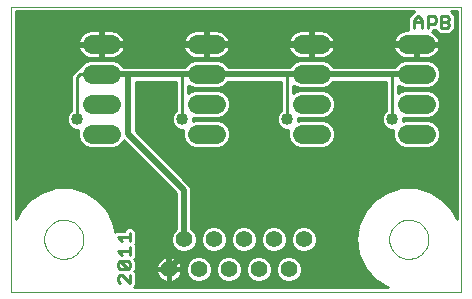
<source format=gtl>
G75*
G70*
%OFA0B0*%
%FSLAX24Y24*%
%IPPOS*%
%LPD*%
%AMOC8*
5,1,8,0,0,1.08239X$1,22.5*
%
%ADD10C,0.0000*%
%ADD11C,0.0100*%
%ADD12C,0.0634*%
%ADD13C,0.0560*%
%ADD14C,0.0200*%
%ADD15C,0.0400*%
D10*
X000151Y000524D02*
X000151Y010024D01*
X015151Y010024D01*
X015151Y000524D01*
X000151Y000524D01*
X001251Y002274D02*
X001253Y002324D01*
X001259Y002374D01*
X001269Y002424D01*
X001282Y002472D01*
X001299Y002520D01*
X001320Y002566D01*
X001344Y002610D01*
X001372Y002652D01*
X001403Y002692D01*
X001437Y002729D01*
X001474Y002764D01*
X001513Y002795D01*
X001554Y002824D01*
X001598Y002849D01*
X001644Y002871D01*
X001691Y002889D01*
X001739Y002903D01*
X001788Y002914D01*
X001838Y002921D01*
X001888Y002924D01*
X001939Y002923D01*
X001989Y002918D01*
X002039Y002909D01*
X002087Y002897D01*
X002135Y002880D01*
X002181Y002860D01*
X002226Y002837D01*
X002269Y002810D01*
X002309Y002780D01*
X002347Y002747D01*
X002382Y002711D01*
X002415Y002672D01*
X002444Y002631D01*
X002470Y002588D01*
X002493Y002543D01*
X002512Y002496D01*
X002527Y002448D01*
X002539Y002399D01*
X002547Y002349D01*
X002551Y002299D01*
X002551Y002249D01*
X002547Y002199D01*
X002539Y002149D01*
X002527Y002100D01*
X002512Y002052D01*
X002493Y002005D01*
X002470Y001960D01*
X002444Y001917D01*
X002415Y001876D01*
X002382Y001837D01*
X002347Y001801D01*
X002309Y001768D01*
X002269Y001738D01*
X002226Y001711D01*
X002181Y001688D01*
X002135Y001668D01*
X002087Y001651D01*
X002039Y001639D01*
X001989Y001630D01*
X001939Y001625D01*
X001888Y001624D01*
X001838Y001627D01*
X001788Y001634D01*
X001739Y001645D01*
X001691Y001659D01*
X001644Y001677D01*
X001598Y001699D01*
X001554Y001724D01*
X001513Y001753D01*
X001474Y001784D01*
X001437Y001819D01*
X001403Y001856D01*
X001372Y001896D01*
X001344Y001938D01*
X001320Y001982D01*
X001299Y002028D01*
X001282Y002076D01*
X001269Y002124D01*
X001259Y002174D01*
X001253Y002224D01*
X001251Y002274D01*
X012751Y002274D02*
X012753Y002324D01*
X012759Y002374D01*
X012769Y002424D01*
X012782Y002472D01*
X012799Y002520D01*
X012820Y002566D01*
X012844Y002610D01*
X012872Y002652D01*
X012903Y002692D01*
X012937Y002729D01*
X012974Y002764D01*
X013013Y002795D01*
X013054Y002824D01*
X013098Y002849D01*
X013144Y002871D01*
X013191Y002889D01*
X013239Y002903D01*
X013288Y002914D01*
X013338Y002921D01*
X013388Y002924D01*
X013439Y002923D01*
X013489Y002918D01*
X013539Y002909D01*
X013587Y002897D01*
X013635Y002880D01*
X013681Y002860D01*
X013726Y002837D01*
X013769Y002810D01*
X013809Y002780D01*
X013847Y002747D01*
X013882Y002711D01*
X013915Y002672D01*
X013944Y002631D01*
X013970Y002588D01*
X013993Y002543D01*
X014012Y002496D01*
X014027Y002448D01*
X014039Y002399D01*
X014047Y002349D01*
X014051Y002299D01*
X014051Y002249D01*
X014047Y002199D01*
X014039Y002149D01*
X014027Y002100D01*
X014012Y002052D01*
X013993Y002005D01*
X013970Y001960D01*
X013944Y001917D01*
X013915Y001876D01*
X013882Y001837D01*
X013847Y001801D01*
X013809Y001768D01*
X013769Y001738D01*
X013726Y001711D01*
X013681Y001688D01*
X013635Y001668D01*
X013587Y001651D01*
X013539Y001639D01*
X013489Y001630D01*
X013439Y001625D01*
X013388Y001624D01*
X013338Y001627D01*
X013288Y001634D01*
X013239Y001645D01*
X013191Y001659D01*
X013144Y001677D01*
X013098Y001699D01*
X013054Y001724D01*
X013013Y001753D01*
X012974Y001784D01*
X012937Y001819D01*
X012903Y001856D01*
X012872Y001896D01*
X012844Y001938D01*
X012820Y001982D01*
X012799Y002028D01*
X012782Y002076D01*
X012769Y002124D01*
X012759Y002174D01*
X012753Y002224D01*
X012751Y002274D01*
D11*
X011676Y002101D02*
X010295Y002101D01*
X010266Y002031D02*
X010331Y002189D01*
X010331Y002360D01*
X010266Y002518D01*
X010145Y002639D01*
X009987Y002704D01*
X009816Y002704D01*
X009658Y002639D01*
X009537Y002518D01*
X009471Y002360D01*
X009471Y002189D01*
X009537Y002031D01*
X009658Y001910D01*
X009816Y001844D01*
X009987Y001844D01*
X010145Y001910D01*
X010266Y002031D01*
X010237Y002002D02*
X011690Y002002D01*
X011704Y001904D02*
X010131Y001904D01*
X010331Y002199D02*
X011662Y002199D01*
X011651Y002274D02*
X011722Y001781D01*
X011929Y001328D01*
X012255Y000952D01*
X012255Y000952D01*
X012674Y000682D01*
X012702Y000674D01*
X004234Y000674D01*
X004301Y000741D01*
X004301Y000907D01*
X004301Y001174D01*
X004254Y001221D01*
X004301Y001268D01*
X004301Y001434D01*
X004301Y001455D01*
X004301Y001567D01*
X004301Y001567D01*
X004301Y001567D01*
X004256Y001613D01*
X004254Y001615D01*
X004301Y001662D01*
X004301Y002095D01*
X004287Y002108D01*
X004301Y002122D01*
X004301Y002555D01*
X004184Y002672D01*
X004018Y002672D01*
X003901Y002555D01*
X003901Y002539D01*
X003618Y002539D01*
X003614Y002534D01*
X003580Y002767D01*
X003373Y003220D01*
X003373Y003220D01*
X003047Y003597D01*
X002628Y003866D01*
X002150Y004006D01*
X001652Y004006D01*
X001174Y003866D01*
X000755Y003597D01*
X000755Y003597D01*
X000755Y003597D01*
X000429Y003220D01*
X000301Y002940D01*
X000301Y009874D01*
X013570Y009874D01*
X013561Y009865D01*
X013370Y009674D01*
X013370Y009607D01*
X013370Y009441D01*
X013370Y009241D01*
X013370Y009241D01*
X013298Y009241D01*
X013225Y009229D01*
X013155Y009207D01*
X013090Y009173D01*
X013030Y009130D01*
X012978Y009078D01*
X012935Y009019D01*
X012902Y008953D01*
X012879Y008883D01*
X012869Y008823D01*
X013602Y008823D01*
X013602Y008726D01*
X012869Y008726D01*
X012879Y008665D01*
X012902Y008595D01*
X012935Y008529D01*
X012978Y008470D01*
X013030Y008418D01*
X013090Y008375D01*
X013155Y008341D01*
X013225Y008319D01*
X013298Y008307D01*
X013603Y008307D01*
X013603Y008725D01*
X013700Y008725D01*
X013700Y008307D01*
X014005Y008307D01*
X014077Y008319D01*
X014147Y008341D01*
X014213Y008375D01*
X014272Y008418D01*
X014324Y008470D01*
X014367Y008529D01*
X014401Y008595D01*
X014423Y008665D01*
X014433Y008726D01*
X013700Y008726D01*
X013700Y008823D01*
X014433Y008823D01*
X014423Y008883D01*
X014401Y008953D01*
X014367Y009019D01*
X014324Y009078D01*
X014272Y009130D01*
X014213Y009173D01*
X014179Y009190D01*
X014230Y009241D01*
X014230Y009258D01*
X014291Y009258D01*
X014291Y009241D01*
X014408Y009124D01*
X014692Y009124D01*
X014774Y009124D01*
X014840Y009191D01*
X014840Y009191D01*
X014956Y009307D01*
X014958Y009308D01*
X014958Y009390D01*
X014958Y009474D01*
X014958Y009540D01*
X014958Y009674D01*
X014958Y009741D01*
X014840Y009858D01*
X014824Y009874D01*
X015001Y009874D01*
X015001Y002940D01*
X014873Y003220D01*
X014873Y003220D01*
X014547Y003597D01*
X014128Y003866D01*
X013650Y004006D01*
X013152Y004006D01*
X012674Y003866D01*
X012255Y003597D01*
X012255Y003597D01*
X012255Y003597D01*
X011929Y003220D01*
X011722Y002767D01*
X011651Y002274D01*
X011651Y002274D01*
X011655Y002298D02*
X010331Y002298D01*
X010316Y002396D02*
X011669Y002396D01*
X011683Y002495D02*
X010275Y002495D01*
X010190Y002594D02*
X011697Y002594D01*
X011711Y002692D02*
X010016Y002692D01*
X009787Y002692D02*
X009016Y002692D01*
X008987Y002704D02*
X008816Y002704D01*
X008658Y002639D01*
X008537Y002518D01*
X008471Y002360D01*
X008471Y002189D01*
X008537Y002031D01*
X008658Y001910D01*
X008816Y001844D01*
X008987Y001844D01*
X009145Y001910D01*
X009266Y002031D01*
X009331Y002189D01*
X009331Y002360D01*
X009266Y002518D01*
X009145Y002639D01*
X008987Y002704D01*
X008787Y002692D02*
X008016Y002692D01*
X007987Y002704D02*
X007816Y002704D01*
X007658Y002639D01*
X007537Y002518D01*
X007471Y002360D01*
X007471Y002189D01*
X007537Y002031D01*
X007658Y001910D01*
X007816Y001844D01*
X007987Y001844D01*
X008145Y001910D01*
X008266Y002031D01*
X008331Y002189D01*
X008331Y002360D01*
X008266Y002518D01*
X008145Y002639D01*
X007987Y002704D01*
X007787Y002692D02*
X007016Y002692D01*
X006987Y002704D02*
X007145Y002639D01*
X007266Y002518D01*
X007331Y002360D01*
X007331Y002189D01*
X007266Y002031D01*
X007145Y001910D01*
X006987Y001844D01*
X006816Y001844D01*
X006658Y001910D01*
X006537Y002031D01*
X006471Y002189D01*
X006471Y002360D01*
X006537Y002518D01*
X006658Y002639D01*
X006816Y002704D01*
X006987Y002704D01*
X006787Y002692D02*
X006151Y002692D01*
X006151Y002632D02*
X006151Y003874D01*
X006151Y003974D01*
X006113Y004066D01*
X004301Y005878D01*
X004301Y007524D01*
X005651Y007524D01*
X005651Y006569D01*
X005554Y006472D01*
X005501Y006344D01*
X005501Y006204D01*
X005554Y006076D01*
X005653Y005977D01*
X005782Y005924D01*
X005891Y005924D01*
X005867Y005867D01*
X005867Y005681D01*
X005939Y005510D01*
X006070Y005378D01*
X006241Y005307D01*
X007061Y005307D01*
X007232Y005378D01*
X007364Y005510D01*
X007435Y005681D01*
X007435Y005867D01*
X007364Y006039D01*
X007232Y006170D01*
X007061Y006241D01*
X006241Y006241D01*
X006201Y006224D01*
X006201Y006324D01*
X006241Y006307D01*
X007061Y006307D01*
X007232Y006378D01*
X007364Y006510D01*
X007435Y006681D01*
X007435Y006867D01*
X007364Y007039D01*
X007232Y007170D01*
X007061Y007241D01*
X006241Y007241D01*
X006070Y007170D01*
X006051Y007151D01*
X006051Y007397D01*
X006070Y007378D01*
X006241Y007307D01*
X007061Y007307D01*
X007232Y007378D01*
X007364Y007510D01*
X007370Y007524D01*
X009151Y007524D01*
X009151Y006569D01*
X009054Y006472D01*
X009001Y006344D01*
X009001Y006204D01*
X009054Y006076D01*
X009153Y005977D01*
X009282Y005924D01*
X009391Y005924D01*
X009367Y005867D01*
X009367Y005681D01*
X009439Y005510D01*
X009570Y005378D01*
X009741Y005307D01*
X010561Y005307D01*
X010732Y005378D01*
X010864Y005510D01*
X010935Y005681D01*
X010935Y005867D01*
X010864Y006039D01*
X010732Y006170D01*
X010561Y006241D01*
X009741Y006241D01*
X009701Y006224D01*
X009701Y006324D01*
X009741Y006307D01*
X010561Y006307D01*
X010732Y006378D01*
X010864Y006510D01*
X010935Y006681D01*
X010935Y006867D01*
X010864Y007039D01*
X010732Y007170D01*
X010561Y007241D01*
X009741Y007241D01*
X009570Y007170D01*
X009551Y007151D01*
X009551Y007397D01*
X009570Y007378D01*
X009741Y007307D01*
X010561Y007307D01*
X010732Y007378D01*
X010864Y007510D01*
X010870Y007524D01*
X012651Y007524D01*
X012651Y006569D01*
X012554Y006472D01*
X012501Y006344D01*
X012501Y006204D01*
X012554Y006076D01*
X012653Y005977D01*
X012782Y005924D01*
X012891Y005924D01*
X012867Y005867D01*
X012867Y005681D01*
X012939Y005510D01*
X013070Y005378D01*
X013241Y005307D01*
X014061Y005307D01*
X014232Y005378D01*
X014364Y005510D01*
X014435Y005681D01*
X014435Y005867D01*
X014364Y006039D01*
X014232Y006170D01*
X014061Y006241D01*
X013241Y006241D01*
X013201Y006224D01*
X013201Y006324D01*
X013241Y006307D01*
X014061Y006307D01*
X014232Y006378D01*
X014364Y006510D01*
X014435Y006681D01*
X014435Y006867D01*
X014364Y007039D01*
X014232Y007170D01*
X014061Y007241D01*
X013241Y007241D01*
X013070Y007170D01*
X013051Y007151D01*
X013051Y007397D01*
X013070Y007378D01*
X013241Y007307D01*
X014061Y007307D01*
X014232Y007378D01*
X014364Y007510D01*
X014435Y007681D01*
X014435Y007867D01*
X014364Y008039D01*
X014232Y008170D01*
X014061Y008241D01*
X013241Y008241D01*
X013070Y008170D01*
X012939Y008039D01*
X012933Y008024D01*
X012801Y008024D01*
X010870Y008024D01*
X010864Y008039D01*
X010732Y008170D01*
X010561Y008241D01*
X009741Y008241D01*
X009570Y008170D01*
X009439Y008039D01*
X009433Y008024D01*
X009301Y008024D01*
X007370Y008024D01*
X007364Y008039D01*
X007232Y008170D01*
X007061Y008241D01*
X006241Y008241D01*
X006070Y008170D01*
X005939Y008039D01*
X005933Y008024D01*
X005801Y008024D01*
X004001Y008024D01*
X003870Y008024D01*
X003864Y008039D01*
X003732Y008170D01*
X003561Y008241D01*
X002741Y008241D01*
X002570Y008170D01*
X002439Y008039D01*
X002412Y007974D01*
X002368Y007974D01*
X002251Y007857D01*
X002151Y007757D01*
X002151Y007591D01*
X002151Y006569D01*
X002054Y006472D01*
X002001Y006344D01*
X002001Y006204D01*
X002054Y006076D01*
X002153Y005977D01*
X002282Y005924D01*
X002391Y005924D01*
X002367Y005867D01*
X002367Y005681D01*
X002439Y005510D01*
X002570Y005378D01*
X002741Y005307D01*
X003561Y005307D01*
X003732Y005378D01*
X003864Y005510D01*
X003893Y005579D01*
X003910Y005562D01*
X005651Y003821D01*
X005651Y002632D01*
X005537Y002518D01*
X005471Y002360D01*
X005471Y002189D01*
X005537Y002031D01*
X005658Y001910D01*
X005816Y001844D01*
X005987Y001844D01*
X006145Y001910D01*
X006266Y002031D01*
X006331Y002189D01*
X006331Y002360D01*
X006266Y002518D01*
X006151Y002632D01*
X006190Y002594D02*
X006613Y002594D01*
X006527Y002495D02*
X006275Y002495D01*
X006316Y002396D02*
X006486Y002396D01*
X006471Y002298D02*
X006331Y002298D01*
X006331Y002199D02*
X006471Y002199D01*
X006508Y002101D02*
X006295Y002101D01*
X006237Y002002D02*
X006565Y002002D01*
X006672Y001904D02*
X006131Y001904D01*
X006158Y001639D02*
X006037Y001518D01*
X005971Y001360D01*
X005971Y001189D01*
X006037Y001031D01*
X006158Y000910D01*
X006316Y000844D01*
X006487Y000844D01*
X006645Y000910D01*
X006766Y001031D01*
X006831Y001189D01*
X006831Y001360D01*
X006766Y001518D01*
X006645Y001639D01*
X006487Y001704D01*
X006316Y001704D01*
X006158Y001639D01*
X006127Y001608D02*
X005673Y001608D01*
X005681Y001602D02*
X005627Y001642D01*
X005566Y001673D01*
X005502Y001693D01*
X005435Y001704D01*
X005431Y001704D01*
X005431Y001304D01*
X005371Y001304D01*
X005371Y001244D01*
X004971Y001244D01*
X004971Y001240D01*
X004982Y001173D01*
X005003Y001109D01*
X005033Y001049D01*
X005073Y000994D01*
X005121Y000946D01*
X005176Y000906D01*
X005236Y000876D01*
X005300Y000855D01*
X005367Y000844D01*
X005371Y000844D01*
X005371Y001244D01*
X005431Y001244D01*
X005431Y000844D01*
X005435Y000844D01*
X005502Y000855D01*
X005566Y000876D01*
X005627Y000906D01*
X005681Y000946D01*
X005729Y000994D01*
X005769Y001049D01*
X005800Y001109D01*
X005821Y001173D01*
X005831Y001240D01*
X005831Y001244D01*
X005431Y001244D01*
X005431Y001304D01*
X005831Y001304D01*
X005831Y001308D01*
X005821Y001375D01*
X005800Y001439D01*
X005769Y001499D01*
X005729Y001554D01*
X005681Y001602D01*
X005762Y001510D02*
X006033Y001510D01*
X005992Y001411D02*
X005809Y001411D01*
X005830Y001312D02*
X005971Y001312D01*
X005971Y001214D02*
X005827Y001214D01*
X005802Y001115D02*
X006001Y001115D01*
X006050Y001017D02*
X005746Y001017D01*
X005643Y000918D02*
X006149Y000918D01*
X006653Y000918D02*
X007149Y000918D01*
X007158Y000910D02*
X007037Y001031D01*
X006971Y001189D01*
X006971Y001360D01*
X007037Y001518D01*
X007158Y001639D01*
X007316Y001704D01*
X007487Y001704D01*
X007645Y001639D01*
X007766Y001518D01*
X007831Y001360D01*
X007831Y001189D01*
X007766Y001031D01*
X007645Y000910D01*
X007487Y000844D01*
X007316Y000844D01*
X007158Y000910D01*
X007050Y001017D02*
X006752Y001017D01*
X006801Y001115D02*
X007001Y001115D01*
X006971Y001214D02*
X006831Y001214D01*
X006831Y001312D02*
X006971Y001312D01*
X006992Y001411D02*
X006810Y001411D01*
X006769Y001510D02*
X007033Y001510D01*
X007127Y001608D02*
X006675Y001608D01*
X007131Y001904D02*
X007672Y001904D01*
X007565Y002002D02*
X007237Y002002D01*
X007295Y002101D02*
X007508Y002101D01*
X007471Y002199D02*
X007331Y002199D01*
X007331Y002298D02*
X007471Y002298D01*
X007486Y002396D02*
X007316Y002396D01*
X007275Y002495D02*
X007527Y002495D01*
X007613Y002594D02*
X007190Y002594D01*
X008190Y002594D02*
X008613Y002594D01*
X008527Y002495D02*
X008275Y002495D01*
X008316Y002396D02*
X008486Y002396D01*
X008471Y002298D02*
X008331Y002298D01*
X008331Y002199D02*
X008471Y002199D01*
X008508Y002101D02*
X008295Y002101D01*
X008237Y002002D02*
X008565Y002002D01*
X008672Y001904D02*
X008131Y001904D01*
X008158Y001639D02*
X008037Y001518D01*
X007971Y001360D01*
X007971Y001189D01*
X008037Y001031D01*
X008158Y000910D01*
X008316Y000844D01*
X008487Y000844D01*
X008645Y000910D01*
X008766Y001031D01*
X008831Y001189D01*
X008831Y001360D01*
X008766Y001518D01*
X008645Y001639D01*
X008487Y001704D01*
X008316Y001704D01*
X008158Y001639D01*
X008127Y001608D02*
X007675Y001608D01*
X007769Y001510D02*
X008033Y001510D01*
X007992Y001411D02*
X007810Y001411D01*
X007831Y001312D02*
X007971Y001312D01*
X007971Y001214D02*
X007831Y001214D01*
X007801Y001115D02*
X008001Y001115D01*
X008050Y001017D02*
X007752Y001017D01*
X007653Y000918D02*
X008149Y000918D01*
X008653Y000918D02*
X009149Y000918D01*
X009158Y000910D02*
X009316Y000844D01*
X009487Y000844D01*
X009645Y000910D01*
X009766Y001031D01*
X009831Y001189D01*
X009831Y001360D01*
X009766Y001518D01*
X009645Y001639D01*
X009487Y001704D01*
X009316Y001704D01*
X009158Y001639D01*
X009037Y001518D01*
X008971Y001360D01*
X008971Y001189D01*
X009037Y001031D01*
X009158Y000910D01*
X009050Y001017D02*
X008752Y001017D01*
X008801Y001115D02*
X009001Y001115D01*
X008971Y001214D02*
X008831Y001214D01*
X008831Y001312D02*
X008971Y001312D01*
X008992Y001411D02*
X008810Y001411D01*
X008769Y001510D02*
X009033Y001510D01*
X009127Y001608D02*
X008675Y001608D01*
X009131Y001904D02*
X009672Y001904D01*
X009565Y002002D02*
X009237Y002002D01*
X009295Y002101D02*
X009508Y002101D01*
X009471Y002199D02*
X009331Y002199D01*
X009331Y002298D02*
X009471Y002298D01*
X009486Y002396D02*
X009316Y002396D01*
X009275Y002495D02*
X009527Y002495D01*
X009613Y002594D02*
X009190Y002594D01*
X009675Y001608D02*
X011801Y001608D01*
X011846Y001510D02*
X009769Y001510D01*
X009810Y001411D02*
X011891Y001411D01*
X011929Y001328D02*
X011929Y001328D01*
X011942Y001312D02*
X009831Y001312D01*
X009831Y001214D02*
X012028Y001214D01*
X012113Y001115D02*
X009801Y001115D01*
X009752Y001017D02*
X012199Y001017D01*
X012307Y000918D02*
X009653Y000918D01*
X011722Y001781D02*
X011722Y001781D01*
X011719Y001805D02*
X004301Y001805D01*
X004301Y001707D02*
X011756Y001707D01*
X012460Y000820D02*
X004301Y000820D01*
X004301Y000918D02*
X005159Y000918D01*
X005057Y001017D02*
X004301Y001017D01*
X004301Y001115D02*
X005001Y001115D01*
X004975Y001214D02*
X004261Y001214D01*
X004301Y001312D02*
X004972Y001312D01*
X004971Y001308D02*
X004971Y001304D01*
X005371Y001304D01*
X005371Y001704D01*
X005367Y001704D01*
X005300Y001693D01*
X005236Y001673D01*
X005176Y001642D01*
X005121Y001602D01*
X005073Y001554D01*
X005033Y001499D01*
X005003Y001439D01*
X004982Y001375D01*
X004971Y001308D01*
X004994Y001411D02*
X004301Y001411D01*
X004301Y001510D02*
X005041Y001510D01*
X005129Y001608D02*
X004261Y001608D01*
X004101Y001485D02*
X004101Y001351D01*
X004034Y001284D01*
X003768Y001551D01*
X004034Y001551D01*
X004101Y001485D01*
X004034Y001284D02*
X003768Y001284D01*
X003701Y001351D01*
X003701Y001485D01*
X003768Y001551D01*
X003834Y001745D02*
X003701Y001878D01*
X004101Y001878D01*
X004101Y001745D02*
X004101Y002012D01*
X004301Y002002D02*
X005565Y002002D01*
X005508Y002101D02*
X004295Y002101D01*
X004301Y002199D02*
X005471Y002199D01*
X005471Y002298D02*
X004301Y002298D01*
X004301Y002396D02*
X005486Y002396D01*
X005527Y002495D02*
X004301Y002495D01*
X004263Y002594D02*
X005613Y002594D01*
X005651Y002692D02*
X003591Y002692D01*
X003580Y002767D02*
X003580Y002767D01*
X003570Y002791D02*
X005651Y002791D01*
X005651Y002889D02*
X003525Y002889D01*
X003480Y002988D02*
X005651Y002988D01*
X005651Y003086D02*
X003435Y003086D01*
X003390Y003185D02*
X005651Y003185D01*
X005651Y003283D02*
X003319Y003283D01*
X003233Y003382D02*
X005651Y003382D01*
X005651Y003480D02*
X003148Y003480D01*
X003063Y003579D02*
X005651Y003579D01*
X005651Y003677D02*
X002921Y003677D01*
X003047Y003597D02*
X003047Y003597D01*
X002768Y003776D02*
X005651Y003776D01*
X005597Y003875D02*
X002599Y003875D01*
X002628Y003866D02*
X002628Y003866D01*
X002263Y003973D02*
X005499Y003973D01*
X005400Y004072D02*
X000301Y004072D01*
X000301Y004170D02*
X005302Y004170D01*
X005203Y004269D02*
X000301Y004269D01*
X000301Y004367D02*
X005104Y004367D01*
X005006Y004466D02*
X000301Y004466D01*
X000301Y004564D02*
X004907Y004564D01*
X004809Y004663D02*
X000301Y004663D01*
X000301Y004761D02*
X004710Y004761D01*
X004612Y004860D02*
X000301Y004860D01*
X000301Y004959D02*
X004513Y004959D01*
X004415Y005057D02*
X000301Y005057D01*
X000301Y005156D02*
X004316Y005156D01*
X004218Y005254D02*
X000301Y005254D01*
X000301Y005353D02*
X002632Y005353D01*
X002497Y005451D02*
X000301Y005451D01*
X000301Y005550D02*
X002422Y005550D01*
X002381Y005648D02*
X000301Y005648D01*
X000301Y005747D02*
X002367Y005747D01*
X002367Y005845D02*
X000301Y005845D01*
X000301Y005944D02*
X002234Y005944D01*
X002088Y006043D02*
X000301Y006043D01*
X000301Y006141D02*
X002027Y006141D01*
X002001Y006240D02*
X000301Y006240D01*
X000301Y006338D02*
X002001Y006338D01*
X002040Y006437D02*
X000301Y006437D01*
X000301Y006535D02*
X002117Y006535D01*
X002151Y006634D02*
X000301Y006634D01*
X000301Y006732D02*
X002151Y006732D01*
X002151Y006831D02*
X000301Y006831D01*
X000301Y006929D02*
X002151Y006929D01*
X002151Y007028D02*
X000301Y007028D01*
X000301Y007126D02*
X002151Y007126D01*
X002151Y007225D02*
X000301Y007225D01*
X000301Y007324D02*
X002151Y007324D01*
X002151Y007422D02*
X000301Y007422D01*
X000301Y007521D02*
X002151Y007521D01*
X002151Y007619D02*
X000301Y007619D01*
X000301Y007718D02*
X002151Y007718D01*
X002211Y007816D02*
X000301Y007816D01*
X000301Y007915D02*
X002309Y007915D01*
X002428Y008013D02*
X000301Y008013D01*
X000301Y008112D02*
X002512Y008112D01*
X002668Y008210D02*
X000301Y008210D01*
X000301Y008309D02*
X002786Y008309D01*
X002798Y008307D02*
X003103Y008307D01*
X003103Y008725D01*
X003200Y008725D01*
X003200Y008307D01*
X003505Y008307D01*
X003577Y008319D01*
X003647Y008341D01*
X003713Y008375D01*
X003772Y008418D01*
X003824Y008470D01*
X003867Y008529D01*
X003901Y008595D01*
X003923Y008665D01*
X003933Y008726D01*
X003200Y008726D01*
X003200Y008823D01*
X003103Y008823D01*
X003103Y009241D01*
X002798Y009241D01*
X002725Y009229D01*
X002655Y009207D01*
X002590Y009173D01*
X002530Y009130D01*
X002478Y009078D01*
X002435Y009019D01*
X002402Y008953D01*
X002379Y008883D01*
X002369Y008823D01*
X003102Y008823D01*
X003102Y008726D01*
X002369Y008726D01*
X002379Y008665D01*
X002402Y008595D01*
X002435Y008529D01*
X002478Y008470D01*
X002530Y008418D01*
X002590Y008375D01*
X002655Y008341D01*
X002725Y008319D01*
X002798Y008307D01*
X002545Y008408D02*
X000301Y008408D01*
X000301Y008506D02*
X002452Y008506D01*
X002399Y008605D02*
X000301Y008605D01*
X000301Y008703D02*
X002373Y008703D01*
X002384Y008900D02*
X000301Y008900D01*
X000301Y008802D02*
X003102Y008802D01*
X003200Y008802D02*
X006602Y008802D01*
X006602Y008823D02*
X006602Y008726D01*
X005869Y008726D01*
X005879Y008665D01*
X005902Y008595D01*
X005935Y008529D01*
X005978Y008470D01*
X006030Y008418D01*
X006090Y008375D01*
X006155Y008341D01*
X006225Y008319D01*
X006298Y008307D01*
X006603Y008307D01*
X006603Y008725D01*
X006700Y008725D01*
X006700Y008307D01*
X007005Y008307D01*
X007077Y008319D01*
X007147Y008341D01*
X007213Y008375D01*
X007272Y008418D01*
X007324Y008470D01*
X007367Y008529D01*
X007401Y008595D01*
X007423Y008665D01*
X007433Y008726D01*
X006700Y008726D01*
X006700Y008823D01*
X006603Y008823D01*
X006603Y009241D01*
X006298Y009241D01*
X006225Y009229D01*
X006155Y009207D01*
X006090Y009173D01*
X006030Y009130D01*
X005978Y009078D01*
X005935Y009019D01*
X005902Y008953D01*
X005879Y008883D01*
X005869Y008823D01*
X006602Y008823D01*
X006603Y008900D02*
X006700Y008900D01*
X006700Y008823D02*
X006700Y009241D01*
X007005Y009241D01*
X007077Y009229D01*
X007147Y009207D01*
X007213Y009173D01*
X007272Y009130D01*
X007324Y009078D01*
X007367Y009019D01*
X007401Y008953D01*
X007423Y008883D01*
X007433Y008823D01*
X006700Y008823D01*
X006700Y008802D02*
X010102Y008802D01*
X010102Y008823D02*
X010102Y008726D01*
X009369Y008726D01*
X009379Y008665D01*
X009402Y008595D01*
X009435Y008529D01*
X009478Y008470D01*
X009530Y008418D01*
X009590Y008375D01*
X009655Y008341D01*
X009725Y008319D01*
X009798Y008307D01*
X010103Y008307D01*
X010103Y008725D01*
X010200Y008725D01*
X010200Y008307D01*
X010505Y008307D01*
X010577Y008319D01*
X010647Y008341D01*
X010713Y008375D01*
X010772Y008418D01*
X010824Y008470D01*
X010867Y008529D01*
X010901Y008595D01*
X010923Y008665D01*
X010933Y008726D01*
X010200Y008726D01*
X010200Y008823D01*
X010103Y008823D01*
X010103Y009241D01*
X009798Y009241D01*
X009725Y009229D01*
X009655Y009207D01*
X009590Y009173D01*
X009530Y009130D01*
X009478Y009078D01*
X009435Y009019D01*
X009402Y008953D01*
X009379Y008883D01*
X009369Y008823D01*
X010102Y008823D01*
X010103Y008900D02*
X010200Y008900D01*
X010200Y008823D02*
X010200Y009241D01*
X010505Y009241D01*
X010577Y009229D01*
X010647Y009207D01*
X010713Y009173D01*
X010772Y009130D01*
X010824Y009078D01*
X010867Y009019D01*
X010901Y008953D01*
X010923Y008883D01*
X010933Y008823D01*
X010200Y008823D01*
X010200Y008802D02*
X013602Y008802D01*
X013700Y008802D02*
X015001Y008802D01*
X015001Y008900D02*
X014418Y008900D01*
X014377Y008999D02*
X015001Y008999D01*
X015001Y009097D02*
X014305Y009097D01*
X014336Y009196D02*
X014185Y009196D01*
X014030Y009324D02*
X014030Y009724D01*
X014231Y009724D01*
X014297Y009658D01*
X014297Y009524D01*
X014231Y009458D01*
X014030Y009458D01*
X013837Y009524D02*
X013570Y009524D01*
X013570Y009591D02*
X013703Y009724D01*
X013837Y009591D01*
X013837Y009324D01*
X013570Y009324D02*
X013570Y009591D01*
X013385Y009689D02*
X000301Y009689D01*
X000301Y009787D02*
X013483Y009787D01*
X013370Y009590D02*
X000301Y009590D01*
X000301Y009492D02*
X013370Y009492D01*
X013370Y009393D02*
X000301Y009393D01*
X000301Y009294D02*
X013370Y009294D01*
X013134Y009196D02*
X010668Y009196D01*
X010805Y009097D02*
X012997Y009097D01*
X012925Y008999D02*
X010877Y008999D01*
X010918Y008900D02*
X012884Y008900D01*
X012873Y008703D02*
X010929Y008703D01*
X010904Y008605D02*
X012899Y008605D01*
X012952Y008506D02*
X010850Y008506D01*
X010758Y008408D02*
X013045Y008408D01*
X013168Y008210D02*
X010634Y008210D01*
X010516Y008309D02*
X013286Y008309D01*
X013603Y008309D02*
X013700Y008309D01*
X013700Y008408D02*
X013603Y008408D01*
X013603Y008506D02*
X013700Y008506D01*
X013700Y008605D02*
X013603Y008605D01*
X013603Y008703D02*
X013700Y008703D01*
X014258Y008408D02*
X015001Y008408D01*
X015001Y008506D02*
X014350Y008506D01*
X014404Y008605D02*
X015001Y008605D01*
X015001Y008703D02*
X014429Y008703D01*
X014774Y009124D02*
X014774Y009124D01*
X014774Y009124D01*
X014846Y009196D02*
X015001Y009196D01*
X015001Y009294D02*
X014944Y009294D01*
X014958Y009308D02*
X014958Y009308D01*
X014958Y009393D02*
X015001Y009393D01*
X014958Y009474D02*
X014958Y009474D01*
X014958Y009492D02*
X015001Y009492D01*
X015001Y009590D02*
X014958Y009590D01*
X014958Y009689D02*
X015001Y009689D01*
X015001Y009787D02*
X014911Y009787D01*
X014758Y009658D02*
X014691Y009724D01*
X014491Y009724D01*
X014491Y009324D01*
X014691Y009324D01*
X014758Y009391D01*
X014758Y009458D01*
X014691Y009524D01*
X014491Y009524D01*
X014691Y009524D02*
X014758Y009591D01*
X014758Y009658D01*
X015001Y008309D02*
X014016Y008309D01*
X014134Y008210D02*
X015001Y008210D01*
X015001Y008112D02*
X014290Y008112D01*
X014374Y008013D02*
X015001Y008013D01*
X015001Y007915D02*
X014415Y007915D01*
X014435Y007816D02*
X015001Y007816D01*
X015001Y007718D02*
X014435Y007718D01*
X014409Y007619D02*
X015001Y007619D01*
X015001Y007521D02*
X014368Y007521D01*
X014276Y007422D02*
X015001Y007422D01*
X015001Y007324D02*
X014100Y007324D01*
X014099Y007225D02*
X015001Y007225D01*
X015001Y007126D02*
X014276Y007126D01*
X014368Y007028D02*
X015001Y007028D01*
X015001Y006929D02*
X014409Y006929D01*
X014435Y006831D02*
X015001Y006831D01*
X015001Y006732D02*
X014435Y006732D01*
X014415Y006634D02*
X015001Y006634D01*
X015001Y006535D02*
X014374Y006535D01*
X014291Y006437D02*
X015001Y006437D01*
X015001Y006338D02*
X014135Y006338D01*
X014064Y006240D02*
X015001Y006240D01*
X015001Y006141D02*
X014261Y006141D01*
X014360Y006043D02*
X015001Y006043D01*
X015001Y005944D02*
X014403Y005944D01*
X014435Y005845D02*
X015001Y005845D01*
X015001Y005747D02*
X014435Y005747D01*
X014421Y005648D02*
X015001Y005648D01*
X015001Y005550D02*
X014380Y005550D01*
X014305Y005451D02*
X015001Y005451D01*
X015001Y005353D02*
X014171Y005353D01*
X015001Y005254D02*
X004925Y005254D01*
X005023Y005156D02*
X015001Y005156D01*
X015001Y005057D02*
X005122Y005057D01*
X005220Y004959D02*
X015001Y004959D01*
X015001Y004860D02*
X005319Y004860D01*
X005417Y004761D02*
X015001Y004761D01*
X015001Y004663D02*
X005516Y004663D01*
X005614Y004564D02*
X015001Y004564D01*
X015001Y004466D02*
X005713Y004466D01*
X005811Y004367D02*
X015001Y004367D01*
X015001Y004269D02*
X005910Y004269D01*
X006009Y004170D02*
X015001Y004170D01*
X015001Y004072D02*
X006107Y004072D01*
X006151Y003973D02*
X013039Y003973D01*
X013152Y004006D02*
X013152Y004006D01*
X012704Y003875D02*
X006151Y003875D01*
X006151Y003776D02*
X012534Y003776D01*
X012674Y003866D02*
X012674Y003866D01*
X012381Y003677D02*
X006151Y003677D01*
X006151Y003579D02*
X012240Y003579D01*
X012154Y003480D02*
X006151Y003480D01*
X006151Y003382D02*
X012069Y003382D01*
X011984Y003283D02*
X006151Y003283D01*
X006151Y003185D02*
X011913Y003185D01*
X011929Y003220D02*
X011929Y003220D01*
X011868Y003086D02*
X006151Y003086D01*
X006151Y002988D02*
X011823Y002988D01*
X011778Y002889D02*
X006151Y002889D01*
X006151Y002791D02*
X011733Y002791D01*
X011722Y002767D02*
X011722Y002767D01*
X013650Y004006D02*
X013650Y004006D01*
X013763Y003973D02*
X015001Y003973D01*
X015001Y003875D02*
X014099Y003875D01*
X014128Y003866D02*
X014128Y003866D01*
X014268Y003776D02*
X015001Y003776D01*
X015001Y003677D02*
X014421Y003677D01*
X014547Y003597D02*
X014547Y003597D01*
X014563Y003579D02*
X015001Y003579D01*
X015001Y003480D02*
X014648Y003480D01*
X014733Y003382D02*
X015001Y003382D01*
X015001Y003283D02*
X014819Y003283D01*
X014890Y003185D02*
X015001Y003185D01*
X015001Y003086D02*
X014935Y003086D01*
X014980Y002988D02*
X015001Y002988D01*
X012614Y000721D02*
X004281Y000721D01*
X004101Y000824D02*
X003834Y001091D01*
X003768Y001091D01*
X003701Y001024D01*
X003701Y000891D01*
X003768Y000824D01*
X004101Y000824D02*
X004101Y001091D01*
X004301Y001904D02*
X005672Y001904D01*
X005431Y001608D02*
X005371Y001608D01*
X005371Y001510D02*
X005431Y001510D01*
X005431Y001411D02*
X005371Y001411D01*
X005371Y001312D02*
X005431Y001312D01*
X005431Y001214D02*
X005371Y001214D01*
X005371Y001115D02*
X005431Y001115D01*
X005431Y001017D02*
X005371Y001017D01*
X005371Y000918D02*
X005431Y000918D01*
X004101Y002205D02*
X004101Y002472D01*
X003940Y002594D02*
X003605Y002594D01*
X003701Y002339D02*
X004101Y002339D01*
X003834Y002205D02*
X003701Y002339D01*
X001204Y003875D02*
X000301Y003875D01*
X000301Y003973D02*
X001539Y003973D01*
X001652Y004006D02*
X001652Y004006D01*
X001174Y003866D02*
X001174Y003866D01*
X001034Y003776D02*
X000301Y003776D01*
X000301Y003677D02*
X000881Y003677D01*
X000740Y003579D02*
X000301Y003579D01*
X000301Y003480D02*
X000654Y003480D01*
X000569Y003382D02*
X000301Y003382D01*
X000301Y003283D02*
X000484Y003283D01*
X000429Y003220D02*
X000429Y003220D01*
X000413Y003185D02*
X000301Y003185D01*
X000301Y003086D02*
X000368Y003086D01*
X000323Y002988D02*
X000301Y002988D01*
X002150Y004006D02*
X002150Y004006D01*
X003671Y005353D02*
X004119Y005353D01*
X004020Y005451D02*
X003805Y005451D01*
X003880Y005550D02*
X003922Y005550D01*
X004333Y005845D02*
X005867Y005845D01*
X005867Y005747D02*
X004432Y005747D01*
X004530Y005648D02*
X005881Y005648D01*
X005922Y005550D02*
X004629Y005550D01*
X004727Y005451D02*
X005997Y005451D01*
X006132Y005353D02*
X004826Y005353D01*
X004301Y005944D02*
X005734Y005944D01*
X005588Y006043D02*
X004301Y006043D01*
X004301Y006141D02*
X005527Y006141D01*
X005501Y006240D02*
X004301Y006240D01*
X004301Y006338D02*
X005501Y006338D01*
X005540Y006437D02*
X004301Y006437D01*
X004301Y006535D02*
X005617Y006535D01*
X005651Y006634D02*
X004301Y006634D01*
X004301Y006732D02*
X005651Y006732D01*
X005651Y006831D02*
X004301Y006831D01*
X004301Y006929D02*
X005651Y006929D01*
X005651Y007028D02*
X004301Y007028D01*
X004301Y007126D02*
X005651Y007126D01*
X005651Y007225D02*
X004301Y007225D01*
X004301Y007324D02*
X005651Y007324D01*
X005651Y007422D02*
X004301Y007422D01*
X004301Y007521D02*
X005651Y007521D01*
X006051Y007324D02*
X006202Y007324D01*
X006203Y007225D02*
X006051Y007225D01*
X005851Y007774D02*
X005851Y006274D01*
X006201Y006240D02*
X006238Y006240D01*
X007064Y006240D02*
X009001Y006240D01*
X009001Y006338D02*
X007135Y006338D01*
X007291Y006437D02*
X009040Y006437D01*
X009117Y006535D02*
X007374Y006535D01*
X007415Y006634D02*
X009151Y006634D01*
X009151Y006732D02*
X007435Y006732D01*
X007435Y006831D02*
X009151Y006831D01*
X009151Y006929D02*
X007409Y006929D01*
X007368Y007028D02*
X009151Y007028D01*
X009151Y007126D02*
X007276Y007126D01*
X007099Y007225D02*
X009151Y007225D01*
X009151Y007324D02*
X007100Y007324D01*
X007276Y007422D02*
X009151Y007422D01*
X009151Y007521D02*
X007368Y007521D01*
X007290Y008112D02*
X009512Y008112D01*
X009668Y008210D02*
X007134Y008210D01*
X007016Y008309D02*
X009786Y008309D01*
X009545Y008408D02*
X007258Y008408D01*
X007350Y008506D02*
X009452Y008506D01*
X009399Y008605D02*
X007404Y008605D01*
X007429Y008703D02*
X009373Y008703D01*
X009384Y008900D02*
X007418Y008900D01*
X007377Y008999D02*
X009425Y008999D01*
X009497Y009097D02*
X007305Y009097D01*
X007168Y009196D02*
X009634Y009196D01*
X010103Y009196D02*
X010200Y009196D01*
X010200Y009097D02*
X010103Y009097D01*
X010103Y008999D02*
X010200Y008999D01*
X010200Y008703D02*
X010103Y008703D01*
X010103Y008605D02*
X010200Y008605D01*
X010200Y008506D02*
X010103Y008506D01*
X010103Y008408D02*
X010200Y008408D01*
X010200Y008309D02*
X010103Y008309D01*
X010790Y008112D02*
X013012Y008112D01*
X012851Y007774D02*
X012851Y006274D01*
X012527Y006141D02*
X010761Y006141D01*
X010860Y006043D02*
X012588Y006043D01*
X012734Y005944D02*
X010903Y005944D01*
X010935Y005845D02*
X012867Y005845D01*
X012867Y005747D02*
X010935Y005747D01*
X010921Y005648D02*
X012881Y005648D01*
X012922Y005550D02*
X010880Y005550D01*
X010805Y005451D02*
X012997Y005451D01*
X013132Y005353D02*
X010671Y005353D01*
X009632Y005353D02*
X007171Y005353D01*
X007305Y005451D02*
X009497Y005451D01*
X009422Y005550D02*
X007380Y005550D01*
X007421Y005648D02*
X009381Y005648D01*
X009367Y005747D02*
X007435Y005747D01*
X007435Y005845D02*
X009367Y005845D01*
X009234Y005944D02*
X007403Y005944D01*
X007360Y006043D02*
X009088Y006043D01*
X009027Y006141D02*
X007261Y006141D01*
X009351Y006274D02*
X009351Y007774D01*
X009551Y007324D02*
X009702Y007324D01*
X009703Y007225D02*
X009551Y007225D01*
X010599Y007225D02*
X012651Y007225D01*
X012651Y007126D02*
X010776Y007126D01*
X010868Y007028D02*
X012651Y007028D01*
X012651Y006929D02*
X010909Y006929D01*
X010935Y006831D02*
X012651Y006831D01*
X012651Y006732D02*
X010935Y006732D01*
X010915Y006634D02*
X012651Y006634D01*
X012617Y006535D02*
X010874Y006535D01*
X010791Y006437D02*
X012540Y006437D01*
X012501Y006338D02*
X010635Y006338D01*
X010564Y006240D02*
X012501Y006240D01*
X013201Y006240D02*
X013238Y006240D01*
X013203Y007225D02*
X013051Y007225D01*
X013051Y007324D02*
X013202Y007324D01*
X012651Y007324D02*
X010600Y007324D01*
X010776Y007422D02*
X012651Y007422D01*
X012651Y007521D02*
X010868Y007521D01*
X009738Y006240D02*
X009701Y006240D01*
X006700Y008309D02*
X006603Y008309D01*
X006603Y008408D02*
X006700Y008408D01*
X006700Y008506D02*
X006603Y008506D01*
X006603Y008605D02*
X006700Y008605D01*
X006700Y008703D02*
X006603Y008703D01*
X006603Y008999D02*
X006700Y008999D01*
X006700Y009097D02*
X006603Y009097D01*
X006603Y009196D02*
X006700Y009196D01*
X006134Y009196D02*
X003668Y009196D01*
X003647Y009207D02*
X003577Y009229D01*
X003505Y009241D01*
X003200Y009241D01*
X003200Y008823D01*
X003933Y008823D01*
X003923Y008883D01*
X003901Y008953D01*
X003867Y009019D01*
X003824Y009078D01*
X003772Y009130D01*
X003713Y009173D01*
X003647Y009207D01*
X003805Y009097D02*
X005997Y009097D01*
X005925Y008999D02*
X003877Y008999D01*
X003918Y008900D02*
X005884Y008900D01*
X005873Y008703D02*
X003929Y008703D01*
X003904Y008605D02*
X005899Y008605D01*
X005952Y008506D02*
X003850Y008506D01*
X003758Y008408D02*
X006045Y008408D01*
X006168Y008210D02*
X003634Y008210D01*
X003516Y008309D02*
X006286Y008309D01*
X006012Y008112D02*
X003790Y008112D01*
X003200Y008309D02*
X003103Y008309D01*
X003103Y008408D02*
X003200Y008408D01*
X003200Y008506D02*
X003103Y008506D01*
X003103Y008605D02*
X003200Y008605D01*
X003200Y008703D02*
X003103Y008703D01*
X003103Y008900D02*
X003200Y008900D01*
X003200Y008999D02*
X003103Y008999D01*
X003103Y009097D02*
X003200Y009097D01*
X003200Y009196D02*
X003103Y009196D01*
X002634Y009196D02*
X000301Y009196D01*
X000301Y009097D02*
X002497Y009097D01*
X002425Y008999D02*
X000301Y008999D01*
X002351Y007674D02*
X002451Y007774D01*
X003151Y007774D01*
X002351Y007674D02*
X002351Y006274D01*
X012674Y000682D02*
X012674Y000682D01*
D12*
X013334Y005774D02*
X013968Y005774D01*
X013968Y006774D02*
X013334Y006774D01*
X013334Y007774D02*
X013968Y007774D01*
X013968Y008774D02*
X013334Y008774D01*
X010468Y008774D02*
X009834Y008774D01*
X009834Y007774D02*
X010468Y007774D01*
X010468Y006774D02*
X009834Y006774D01*
X009834Y005774D02*
X010468Y005774D01*
X006968Y005774D02*
X006334Y005774D01*
X006334Y006774D02*
X006968Y006774D01*
X006968Y007774D02*
X006334Y007774D01*
X006334Y008774D02*
X006968Y008774D01*
X003468Y008774D02*
X002834Y008774D01*
X002834Y007774D02*
X003468Y007774D01*
X003468Y006774D02*
X002834Y006774D01*
X002834Y005774D02*
X003468Y005774D01*
D13*
X005901Y002274D03*
X006901Y002274D03*
X007901Y002274D03*
X008901Y002274D03*
X009901Y002274D03*
X009401Y001274D03*
X008401Y001274D03*
X007401Y001274D03*
X006401Y001274D03*
X005401Y001274D03*
D14*
X005901Y001774D01*
X007401Y001774D01*
X010551Y001774D01*
X011051Y002274D01*
X011051Y005024D01*
X014551Y005024D01*
X013651Y007774D02*
X012851Y007774D01*
X010151Y007774D01*
X009351Y007774D01*
X006651Y007774D01*
X005851Y007774D01*
X004051Y007774D01*
X004051Y005774D01*
X005901Y003924D01*
X005901Y002274D01*
X005401Y001274D02*
X005401Y003674D01*
X004051Y005024D01*
X007401Y004874D02*
X007551Y005024D01*
X007401Y004874D02*
X007401Y001774D01*
X004051Y007774D02*
X003151Y007774D01*
X003151Y008774D02*
X006651Y008774D01*
X010151Y008774D01*
X013651Y008774D01*
D15*
X012851Y006274D03*
X014551Y005024D03*
X011051Y005024D03*
X009351Y006274D03*
X007551Y005024D03*
X005851Y006274D03*
X004051Y005024D03*
X002351Y006274D03*
M02*

</source>
